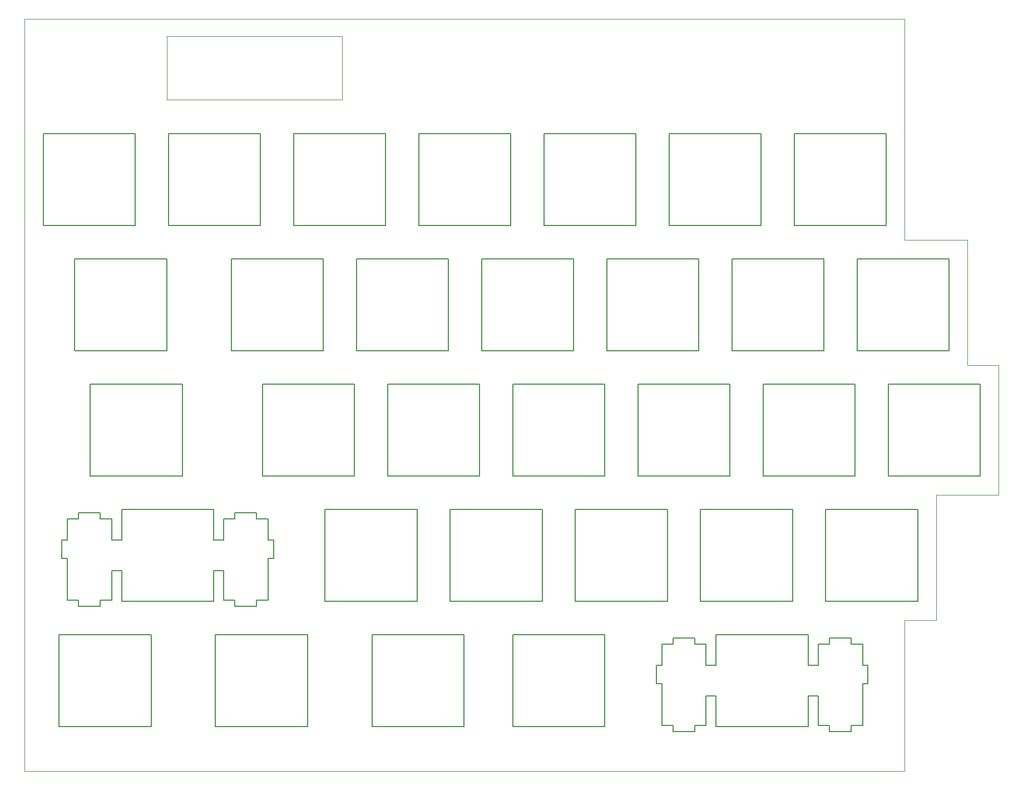
<source format=gbr>
%TF.GenerationSoftware,KiCad,Pcbnew,7.0.9*%
%TF.CreationDate,2024-01-14T19:20:26+01:00*%
%TF.ProjectId,left_plate,6c656674-5f70-46c6-9174-652e6b696361,rev?*%
%TF.SameCoordinates,Original*%
%TF.FileFunction,Profile,NP*%
%FSLAX46Y46*%
G04 Gerber Fmt 4.6, Leading zero omitted, Abs format (unit mm)*
G04 Created by KiCad (PCBNEW 7.0.9) date 2024-01-14 19:20:26*
%MOMM*%
%LPD*%
G01*
G04 APERTURE LIST*
%TA.AperFunction,Profile*%
%ADD10C,0.188976*%
%TD*%
%TA.AperFunction,Profile*%
%ADD11C,0.100000*%
%TD*%
G04 APERTURE END LIST*
D10*
X126297994Y-154281997D02*
X127122991Y-154281997D01*
X161591992Y-122681998D02*
X175591992Y-122681998D01*
X152066991Y-127732002D02*
X152066991Y-141732002D01*
X35386000Y-160781997D02*
X49385999Y-160781997D01*
X67185998Y-129202003D02*
X65460996Y-129202003D01*
X151779996Y-89632001D02*
X137779996Y-89632001D01*
X104441991Y-122681998D02*
X118441991Y-122681998D01*
X126297994Y-151482002D02*
X126297994Y-154281997D01*
X43385999Y-129202003D02*
X41660998Y-129202003D01*
X60435998Y-132431998D02*
X58910996Y-132431998D01*
X36636000Y-132431998D02*
X35811000Y-132431998D01*
X127122991Y-151482002D02*
X126297994Y-151482002D01*
X158497983Y-154281997D02*
X158497983Y-151482002D01*
X123204991Y-84582000D02*
X123204991Y-70582002D01*
X137779996Y-103631999D02*
X151779996Y-103631999D01*
X156541989Y-108681998D02*
X142541997Y-108681998D01*
X127122991Y-148251998D02*
X127122991Y-151482002D01*
X133016995Y-127732002D02*
X133016995Y-141732002D01*
X152647992Y-160551002D02*
X152647992Y-161531997D01*
X157672986Y-160551002D02*
X157672986Y-154281997D01*
X94629994Y-103631999D02*
X94629994Y-89632001D01*
X61579999Y-103631999D02*
X75579999Y-103631999D01*
X118441991Y-146781997D02*
X104441991Y-146781997D01*
X43385999Y-132431998D02*
X43385999Y-129202003D01*
X36636000Y-141501998D02*
X38361000Y-141501998D01*
X41660998Y-142482002D02*
X41660998Y-141501998D01*
X65460996Y-128280997D02*
X62160996Y-128280997D01*
X157672986Y-148251998D02*
X155946988Y-148251998D01*
X156829984Y-103631999D02*
X170829984Y-103631999D01*
X128847997Y-147331001D02*
X128847997Y-148251998D01*
X47004998Y-70582002D02*
X33005001Y-70582002D01*
X157672986Y-151482002D02*
X157672986Y-148251998D01*
X175591992Y-122681998D02*
X175591992Y-108681998D01*
X83010999Y-160781997D02*
X97010991Y-160781997D01*
X150922994Y-156081001D02*
X150922994Y-160551002D01*
X62160996Y-142482002D02*
X65460996Y-142482002D01*
X150922994Y-151482002D02*
X149397992Y-151482002D01*
X149397992Y-160781997D02*
X149397992Y-156081001D01*
X49385999Y-160781997D02*
X49385999Y-146781997D01*
X66341996Y-108681998D02*
X66341996Y-122681998D01*
X68010999Y-135232002D02*
X68010999Y-132431998D01*
X60435998Y-141501998D02*
X62160996Y-141501998D01*
X94916997Y-127732002D02*
X94916997Y-141732002D01*
X128253995Y-70582002D02*
X128253995Y-84582000D01*
X147016995Y-141732002D02*
X147016995Y-127732002D01*
X152066991Y-141732002D02*
X166066983Y-141732002D01*
X41660998Y-129202003D02*
X41660998Y-128280997D01*
X89866994Y-127732002D02*
X75866998Y-127732002D01*
X58910996Y-141732002D02*
X58910996Y-137031997D01*
X128847997Y-148251998D02*
X127122991Y-148251998D01*
X66341996Y-122681998D02*
X80341996Y-122681998D01*
X123491994Y-122681998D02*
X137491994Y-122681998D01*
X51766999Y-89632001D02*
X37767000Y-89632001D01*
X44910998Y-127732002D02*
X44910998Y-132431998D01*
X108916997Y-141732002D02*
X108916997Y-127732002D01*
X170829984Y-103631999D02*
X170829984Y-89632001D01*
X127122991Y-154281997D02*
X127122991Y-160551002D01*
X58910996Y-137031997D02*
X60435998Y-137031997D01*
X113679990Y-89632001D02*
X99679990Y-89632001D01*
X133016995Y-141732002D02*
X147016995Y-141732002D01*
X49385999Y-146781997D02*
X35386000Y-146781997D01*
X38361000Y-128280997D02*
X38361000Y-129202003D01*
X127966992Y-141732002D02*
X127966992Y-127732002D01*
X104441991Y-108681998D02*
X104441991Y-122681998D01*
X61579999Y-89632001D02*
X61579999Y-103631999D01*
X75866998Y-127732002D02*
X75866998Y-141732002D01*
X118729993Y-89632001D02*
X118729993Y-103631999D01*
X35811000Y-135232002D02*
X36636000Y-135232002D01*
X132729993Y-103631999D02*
X132729993Y-89632001D01*
X166066983Y-141732002D02*
X166066983Y-127732002D01*
X80629998Y-89632001D02*
X80629998Y-103631999D01*
X132147992Y-161531997D02*
X132147992Y-160551002D01*
X135397992Y-156081001D02*
X135397992Y-160781997D01*
X44910998Y-137031997D02*
X44910998Y-141732002D01*
X90154996Y-84582000D02*
X104154996Y-84582000D01*
X109204991Y-84582000D02*
X123204991Y-84582000D01*
X175591992Y-108681998D02*
X161591992Y-108681998D01*
X104441991Y-146781997D02*
X104441991Y-160781997D01*
X118441991Y-122681998D02*
X118441991Y-108681998D01*
X127966992Y-127732002D02*
X113966992Y-127732002D01*
X132147992Y-147331001D02*
X128847997Y-147331001D01*
X156829984Y-89632001D02*
X156829984Y-103631999D01*
X80341996Y-108681998D02*
X66341996Y-108681998D01*
X142541997Y-122681998D02*
X156541989Y-122681998D01*
X150922994Y-160551002D02*
X152647992Y-160551002D01*
X152647992Y-148251998D02*
X150922994Y-148251998D01*
X35386000Y-146781997D02*
X35386000Y-160781997D01*
X123204991Y-70582002D02*
X109204991Y-70582002D01*
X65460996Y-142482002D02*
X65460996Y-141501998D01*
X97010991Y-160781997D02*
X97010991Y-146781997D01*
X135397992Y-160781997D02*
X149397992Y-160781997D01*
X35811000Y-132431998D02*
X35811000Y-135232002D01*
X152647992Y-161531997D02*
X155946988Y-161531997D01*
X133872991Y-151482002D02*
X133872991Y-148251998D01*
X41660998Y-128280997D02*
X38361000Y-128280997D01*
X85391995Y-108681998D02*
X85391995Y-122681998D01*
X128253995Y-84582000D02*
X142253995Y-84582000D01*
X71104997Y-70582002D02*
X71104997Y-84582000D01*
X43385999Y-137031997D02*
X44910998Y-137031997D01*
X142253995Y-70582002D02*
X128253995Y-70582002D01*
X54148000Y-122681998D02*
X54148000Y-108681998D01*
X59197999Y-160781997D02*
X73197999Y-160781997D01*
X54148000Y-108681998D02*
X40148000Y-108681998D01*
X133872991Y-148251998D02*
X132147992Y-148251998D01*
X62160996Y-128280997D02*
X62160996Y-129202003D01*
X59197999Y-146781997D02*
X59197999Y-160781997D01*
X113966992Y-127732002D02*
X113966992Y-141732002D01*
X161304990Y-70582002D02*
X147303990Y-70582002D01*
X40148000Y-122681998D02*
X54148000Y-122681998D01*
X40148000Y-108681998D02*
X40148000Y-122681998D01*
X132729993Y-89632001D02*
X118729993Y-89632001D01*
X38361000Y-141501998D02*
X38361000Y-142482002D01*
X137779996Y-89632001D02*
X137779996Y-103631999D01*
X36636000Y-129202003D02*
X36636000Y-132431998D01*
X68010999Y-132431998D02*
X67185998Y-132431998D01*
X135397992Y-151482002D02*
X133872991Y-151482002D01*
X132147992Y-148251998D02*
X132147992Y-147331001D01*
X170829984Y-89632001D02*
X156829984Y-89632001D01*
X135397992Y-146781997D02*
X135397992Y-151482002D01*
X75579999Y-103631999D02*
X75579999Y-89632001D01*
X71104997Y-84582000D02*
X85104997Y-84582000D01*
X99679990Y-89632001D02*
X99679990Y-103631999D01*
X109204991Y-70582002D02*
X109204991Y-84582000D01*
X36636000Y-135232002D02*
X36636000Y-141501998D01*
X38361000Y-142482002D02*
X41660998Y-142482002D01*
X158497983Y-151482002D02*
X157672986Y-151482002D01*
X155946988Y-161531997D02*
X155946988Y-160551002D01*
X62160996Y-129202003D02*
X60435998Y-129202003D01*
X44910998Y-141732002D02*
X58910996Y-141732002D01*
X118729993Y-103631999D02*
X132729993Y-103631999D01*
X44910998Y-132431998D02*
X43385999Y-132431998D01*
X161304990Y-84582000D02*
X161304990Y-70582002D01*
X108916997Y-127732002D02*
X94916997Y-127732002D01*
X60435998Y-137031997D02*
X60435998Y-141501998D01*
X123491994Y-108681998D02*
X123491994Y-122681998D01*
X38361000Y-129202003D02*
X36636000Y-129202003D01*
X104441991Y-160781997D02*
X118441991Y-160781997D01*
X52054999Y-70582002D02*
X52054999Y-84582000D01*
X89866994Y-141732002D02*
X89866994Y-127732002D01*
X155946988Y-148251998D02*
X155946988Y-147331001D01*
X80341996Y-122681998D02*
X80341996Y-108681998D01*
X128847997Y-160551002D02*
X128847997Y-161531997D01*
X73197999Y-146781997D02*
X59197999Y-146781997D01*
X132147992Y-160551002D02*
X133872991Y-160551002D01*
X58910996Y-127732002D02*
X44910998Y-127732002D01*
X47004998Y-84582000D02*
X47004998Y-70582002D01*
X149397992Y-156081001D02*
X150922994Y-156081001D01*
X142253995Y-84582000D02*
X142253995Y-70582002D01*
X99391995Y-108681998D02*
X85391995Y-108681998D01*
X67185998Y-141501998D02*
X67185998Y-135232002D01*
X113966992Y-141732002D02*
X127966992Y-141732002D01*
X85104997Y-70582002D02*
X71104997Y-70582002D01*
X137491994Y-108681998D02*
X123491994Y-108681998D01*
X83010999Y-146781997D02*
X83010999Y-160781997D01*
X90154996Y-70582002D02*
X90154996Y-84582000D01*
X147303990Y-70582002D02*
X147303990Y-84582000D01*
X67185998Y-132431998D02*
X67185998Y-129202003D01*
X157672986Y-154281997D02*
X158497983Y-154281997D01*
X137491994Y-122681998D02*
X137491994Y-108681998D01*
X149397992Y-146781997D02*
X135397992Y-146781997D01*
X66054997Y-70582002D02*
X52054999Y-70582002D01*
X142541997Y-108681998D02*
X142541997Y-122681998D01*
X150922994Y-148251998D02*
X150922994Y-151482002D01*
X118441991Y-108681998D02*
X104441991Y-108681998D01*
X118441991Y-160781997D02*
X118441991Y-146781997D01*
X65460996Y-129202003D02*
X65460996Y-128280997D01*
X85104997Y-84582000D02*
X85104997Y-70582002D01*
X104154996Y-70582002D02*
X90154996Y-70582002D01*
X99391995Y-122681998D02*
X99391995Y-108681998D01*
X67185998Y-135232002D02*
X68010999Y-135232002D01*
X60435998Y-129202003D02*
X60435998Y-132431998D01*
X66054997Y-84582000D02*
X66054997Y-70582002D01*
D11*
X51816000Y-55753000D02*
X78486000Y-55753000D01*
X78486000Y-65405000D01*
X51816000Y-65405000D01*
X51816000Y-55753000D01*
D10*
X85391995Y-122681998D02*
X99391995Y-122681998D01*
X58910996Y-132431998D02*
X58910996Y-127732002D01*
X156541989Y-122681998D02*
X156541989Y-108681998D01*
X94916997Y-141732002D02*
X108916997Y-141732002D01*
X113679990Y-103631999D02*
X113679990Y-89632001D01*
X151779996Y-103631999D02*
X151779996Y-89632001D01*
X43385999Y-141501998D02*
X43385999Y-137031997D01*
X51766999Y-103631999D02*
X51766999Y-89632001D01*
X33005001Y-70582002D02*
X33005001Y-84582000D01*
X99679990Y-103631999D02*
X113679990Y-103631999D01*
X161591992Y-108681998D02*
X161591992Y-122681998D01*
X75866998Y-141732002D02*
X89866994Y-141732002D01*
X80629998Y-103631999D02*
X94629994Y-103631999D01*
X133872991Y-156081001D02*
X135397992Y-156081001D01*
X62160996Y-141501998D02*
X62160996Y-142482002D01*
X52054999Y-84582000D02*
X66054997Y-84582000D01*
X147303990Y-84582000D02*
X161304990Y-84582000D01*
X149397992Y-151482002D02*
X149397992Y-146781997D01*
X41660998Y-141501998D02*
X43385999Y-141501998D01*
X128847997Y-161531997D02*
X132147992Y-161531997D01*
X37767000Y-89632001D02*
X37767000Y-103631999D01*
X97010991Y-146781997D02*
X83010999Y-146781997D01*
X73197999Y-160781997D02*
X73197999Y-146781997D01*
X65460996Y-141501998D02*
X67185998Y-141501998D01*
X147016995Y-127732002D02*
X133016995Y-127732002D01*
D11*
X164100000Y-86800000D02*
X173600000Y-86800000D01*
X173600000Y-105850000D01*
X178350000Y-105850000D01*
X178350000Y-125500000D01*
X168850000Y-125500000D01*
X168850000Y-144550000D01*
X164150000Y-144550000D01*
X164100000Y-144600000D01*
X164100000Y-167500000D01*
X30150000Y-167500000D01*
X30150000Y-53150000D01*
X164100000Y-53150000D01*
X164100000Y-86800000D01*
D10*
X127122991Y-160551002D02*
X128847997Y-160551002D01*
X75579999Y-89632001D02*
X61579999Y-89632001D01*
X33005001Y-84582000D02*
X47004998Y-84582000D01*
X104154996Y-84582000D02*
X104154996Y-70582002D01*
X37767000Y-103631999D02*
X51766999Y-103631999D01*
X155946988Y-160551002D02*
X157672986Y-160551002D01*
X152647992Y-147331001D02*
X152647992Y-148251998D01*
X155946988Y-147331001D02*
X152647992Y-147331001D01*
X166066983Y-127732002D02*
X152066991Y-127732002D01*
X133872991Y-160551002D02*
X133872991Y-156081001D01*
X94629994Y-89632001D02*
X80629998Y-89632001D01*
M02*

</source>
